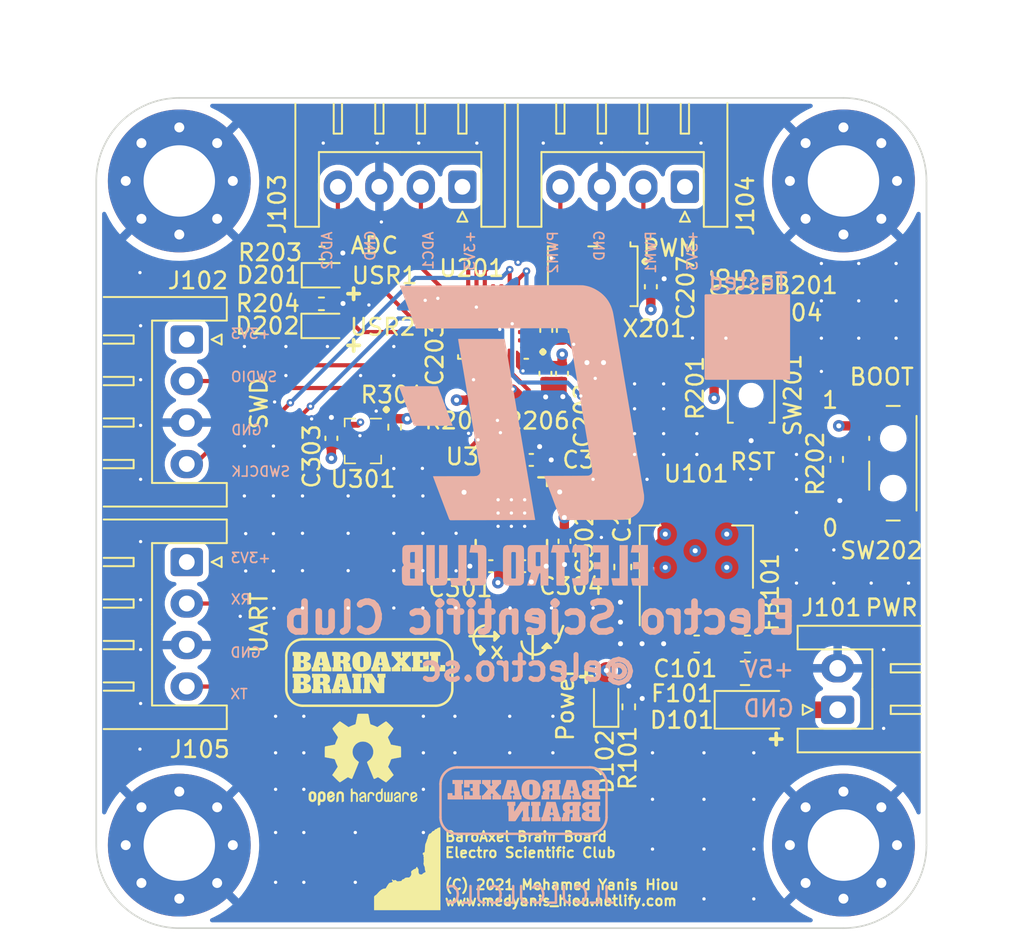
<source format=kicad_pcb>
(kicad_pcb (version 20211014) (generator pcbnew)
  (title_block (title "BaroAxel Brain Board") (rev "1.0") (company "Electro Scientific Club | Mohamed Yanis Hiou"))
  (layers (0 "F.Cu" signal) (1 "In1.Cu" power) (2 "In2.Cu" power) (31 "B.Cu" signal) (34 "B.Paste" user) (35 "F.Paste" user) (36 "B.SilkS" user "B.Silkscreen") (37 "F.SilkS" user "F.Silkscreen") (38 "B.Mask" user) (39 "F.Mask" user) (44 "Edge.Cuts" user))
  (net 0 "")
  (net 1 "GND")
  (net 2 "+3.3V")
  (net 3 "+3.3VA")
  (net 4 "/Microcontroller/OSC_IN")
  (net 5 "Net-(C304-Pad1)")
  (net 6 "Net-(C305-Pad1)")
  (net 7 "Net-(D101-Pad1)")
  (net 8 "+5V")
  (net 9 "Net-(D102-Pad1)")
  (net 10 "Net-(D201-Pad1)")
  (net 11 "/Microcontroller/USR_LED1")
  (net 12 "Net-(D202-Pad1)")
  (net 13 "/Microcontroller/USR_LED2")
  (net 14 "Net-(F101-Pad2)")
  (net 15 "/Microcontroller/SWDCLK")
  (net 16 "/Microcontroller/SWDIO")
  (net 17 "/Microcontroller/ADC2")
  (net 18 "/Microcontroller/ADC1")
  (net 19 "/Microcontroller/PWM2")
  (net 20 "/Microcontroller/PWM1")
  (net 21 "/Microcontroller/UART2_RX")
  (net 22 "/Microcontroller/UART2_TX")
  (net 23 "/Microcontroller/NRST")
  (net 24 "Net-(R202-Pad1)")
  (net 25 "/Microcontroller/BOOT0")
  (net 26 "/Microcontroller/I2C1_SCL")
  (net 27 "/Microcontroller/I2C1_SDA")
  (net 28 "Net-(R301-Pad2)")
  (net 52 "/Power Supply & Connectors/AMS_IN")
  (footprint "Connector_JST:JST_XH_S4B-XH-A_1x04_P2.50mm_Horizontal" (layer "F.Cu") (at 128.27 106.28 -90)
    (fp_text reference "J102")
    (fp_text value "Conn_01x04")
  )
  (footprint "Resistor_SMD:R_0402_1005Metric" (layer "F.Cu") (at 136.38 104.13 180)
    (fp_text reference "R204")
    (fp_text value "2k2")
  )
  (footprint "Package_DFN_QFN:QFN-28_4x4mm_P0.5mm" (layer "F.Cu") (at 146.72 105.33 180)
    (fp_text reference "U201")
    (fp_text value "STM32L031G6U6")
  )
  (footprint "Capacitor_SMD:C_0402_1005Metric" (layer "F.Cu") (at 149.02 113.53)
    (fp_text reference "C305")
    (fp_text value "2.2n")
  )
  (footprint "Logos:yanis_logo" (layer "F.Cu") (at 141.05 138.15)
    (fp_text reference "G***")
    (fp_text value "LOGO" hide)
  )
  (footprint "Resistor_SMD:R_0402_1005Metric" (layer "F.Cu") (at 167.41 113.5 -90)
    (fp_text reference "R202")
    (fp_text value "10k")
  )
  (footprint "Package_LGA:Bosch_LGA-8_2x2.5mm_P0.65mm_ClockwisePinNumbering" (layer "F.Cu") (at 138.88 112.39 -90)
    (fp_text reference "U301")
    (fp_text value "BMP280")
  )
  (footprint "LOGO" (layer "F.Cu") (at 139.26326 126.335269)
    (fp_text reference "G***")
    (fp_text value "LOGO" hide)
  )
  (footprint "Resistor_SMD:R_0402_1005Metric" (layer "F.Cu") (at 145.78 109.93 180)
    (fp_text reference "R205")
    (fp_text value "2k2")
  )
  (footprint "Capacitor_SMD:C_0402_1005Metric" (layer "F.Cu") (at 146.58 119.93 180)
    (fp_text reference "C301")
    (fp_text value "10n")
  )
  (footprint "Diode_SMD:D_1206_3216Metric" (layer "F.Cu") (at 162.35 128.58)
    (fp_text reference "D101")
    (fp_text value "B5819W")
  )
  (footprint "Resistor_SMD:R_0402_1005Metric" (layer "F.Cu") (at 136.41 101.07 180)
    (fp_text reference "R203")
    (fp_text value "2k2")
  )
  (footprint "Resistor_SMD:R_0402_1005Metric" (layer "F.Cu") (at 160.03 108.45 -90)
    (fp_text reference "R201")
    (fp_text value "10k")
  )
  (footprint "Capacitor_SMD:C_0402_1005Metric" (layer "F.Cu") (at 148.55 119.93)
    (fp_text reference "C304")
    (fp_text value "100n")
  )
  (footprint "Sensor_Motion:InvenSense_QFN-24_4x4mm_P0.5mm" (layer "F.Cu") (at 147.82 116.73)
    (fp_text reference "U302")
    (fp_text value "MPU-6050")
  )
  (footprint "Button_Switch_SMD:SW_SPST_B3U-1000P-B" (layer "F.Cu") (at 162.26 109.64 -90)
    (fp_text reference "SW201")
    (fp_text value "SW_Push")
  )
  (footprint "Connector_JST:JST_XH_S4B-XH-A_1x04_P2.50mm_Horizontal" (layer "F.Cu") (at 144.87 97.08 180)
    (fp_text reference "J103")
    (fp_text value "Conn_01x04")
  )
  (footprint "Oscillator:Oscillator_SMD_SeikoEpson_SG8002LB-4Pin_5.0x3.2mm" (layer "F.Cu") (at 152.72 102.47 180)
    (fp_text reference "X201")
    (fp_text value "ASFL1-16MHz-IJST")
  )
  (footprint "Connector_JST:JST_XH_S4B-XH-A_1x04_P2.50mm_Horizontal" (layer "F.Cu") (at 158.27 97.08 180)
    (fp_text reference "J104")
    (fp_text value "Conn_01x04")
  )
  (footprint "Capacitor_SMD:C_0402_1005Metric" (layer "F.Cu") (at 136.98 112.23 90)
    (fp_text reference "C303")
    (fp_text value "100n")
  )
  (footprint "Resistor_SMD:R_0402_1005Metric" (layer "F.Cu") (at 140.79 111.56 -90)
    (fp_text reference "R301")
    (fp_text value "10k")
  )
  (footprint "Resistor_SMD:R_0402_1005Metric" (layer "F.Cu") (at 154.89 128.4 90)
    (fp_text reference "R101")
    (fp_text value "2k2")
  )
  (footprint "MountingHole:MountingHole_4.3mm_M4_Pad_Via" (layer "F.Cu") (at 167.82 136.73)
    (fp_text reference "H103")
    (fp_text value "MountingHole_Pad")
  )
  (footprint "LED_SMD:LED_0603_1608Metric" (layer "F.Cu") (at 136.66 105.46)
    (fp_text reference "D202")
    (fp_text value "Blue")
  )
  (footprint "Capacitor_SMD:C_0603_1608Metric" (layer "F.Cu") (at 158.98 124.62 180)
    (fp_text reference "C101")
    (fp_text value "100uF")
  )
  (footprint "MountingHole:MountingHole_4.3mm_M4_Pad_Via" (layer "F.Cu") (at 167.82 96.73)
    (fp_text reference "H102")
    (fp_text value "MountingHole_Pad")
  )
  (footprint "LED_SMD:LED_0603_1608Metric" (layer "F.Cu") (at 136.68 102.41)
    (fp_text reference "D201")
    (fp_text value "Yellow")
  )
  (footprint "Capacitor_SMD:C_0402_1005Metric" (layer "F.Cu") (at 150.87 108.33 -90)
    (fp_text reference "C201")
    (fp_text value "10u")
  )
  (footprint "Button_Switch_SMD:SW_SPDT_PCM12" (layer "F.Cu") (at 170.49 113.73 90)
    (fp_text reference "SW202")
    (fp_text value "SW_SPDT")
  )
  (footprint "Capacitor_SMD:C_0603_1608Metric" (layer "F.Cu") (at 154.53 119.98 -90)
    (fp_text reference "C102")
    (fp_text value "100uF")
  )
  (footprint "Connector_JST:JST_XH_S2B-XH-A_1x02_P2.50mm_Horizontal" (layer "F.Cu") (at 167.47 128.58 90)
    (fp_text reference "J101")
    (fp_text value "Conn_01x02")
  )
  (footprint "Resistor_SMD:R_0402_1005Metric" (layer "F.Cu") (at 147.73 109.93)
    (fp_text reference "R206")
    (fp_text value "2k2")
  )
  (footprint "Capacitor_SMD:C_0402_1005Metric" (layer "F.Cu") (at 156.22 103.1 90)
    (fp_text reference "C207")
    (fp_text value "10n")
  )
  (footprint "Capacitor_SMD:C_0402_1005Metric" (layer "F.Cu") (at 143.11 104.63 180)
    (fp_text reference "C203")
    (fp_text value "100n")
  )
  (footprint "Capacitor_SMD:C_0402_1005Metric" (layer "F.Cu") (at 149.87 108.33 -90)
    (fp_text reference "C202")
    (fp_text value "100n")
  )
  (footprint "Inductor_SMD:L_0603_1608Metric" (layer "F.Cu") (at 152.97 105.52 180)
    (fp_text reference "FB201")
    (fp_text value "120R")
  )
  (footprint "MountingHole:MountingHole_4.3mm_M4_Pad_Via" (layer "F.Cu") (at 127.82 96.73)
    (fp_text reference "H101")
    (fp_text value "MountingHole_Pad")
  )
  (footprint "LED_SMD:LED_0603_1608Metric" (layer "F.Cu") (at 153.53 128.12 90)
    (fp_text reference "D102")
    (fp_text value "Green")
  )
  (footprint "Symbol:OSHW-Logo2_7.3x6mm_SilkScreen" (layer "F.Cu") (at 138.88 131.58)
    (fp_text reference "REF**" hide)
    (fp_text value "OSHW-Logo2_7.3x6mm_SilkScreen" hide)
  )
  (footprint "Capacitor_SMD:C_0402_1005Metric" (layer "F.Cu") (at 151.02 118.43 -90)
    (fp_text reference "C302")
    (fp_text value "100n")
  )
  (footprint "Fuse:Fuse_0805_2012Metric" (layer "F.Cu") (at 161.89 126.38)
    (fp_text reference "F101")
    (fp_text value "500mA")
  )
  (footprint "Capacitor_SMD:C_0402_1005Metric" (layer "F.Cu") (at 150.92 105.72 -90)
    (fp_text reference "C205")
    (fp_text value "1u")
  )
  (footprint "Inductor_SMD:L_0603_1608Metric" (layer "F.Cu") (at 162.04 124.62 180)
    (fp_text reference "FB101")
    (fp_text value "100 @ 100MHz")
  )
  (footprint "MountingHole:MountingHole_4.3mm_M4_Pad_Via" (layer "F.Cu") (at 127.82 136.73)
    (fp_text reference "H104")
    (fp_text value "MountingHole_Pad")
  )
  (footprint "Package_TO_SOT_SMD:SOT-223-3_TabPin2" (layer "F.Cu") (at 158.96 119.39 90)
    (fp_text reference "U101")
    (fp_text value "AMS1117-3.3")
  )
  (footprint "Connector_JST:JST_XH_S4B-XH-A_1x04_P2.50mm_Horizontal" (layer "F.Cu") (at 128.27 119.68 -90)
    (fp_text reference "J105")
    (fp_text value "Conn_01x04")
  )
  (footprint "Capacitor_SMD:C_0402_1005Metric" (layer "F.Cu") (at 149.92 105.72 -90)
    (fp_text reference "C206")
    (fp_text value "10n")
  )
  (footprint "Capacitor_SMD:C_0402_1005Metric" (layer "F.Cu") (at 152.87 106.77 180)
    (fp_text reference "C204")
    (fp_text value "1u")
  )
  (footprint "Logos:electro_logo_15mm" (layer "B.Cu") (at 148.55 112.05 180)
    (fp_text reference "G***")
    (fp_text value "LOGO" hide)
  )
  (footprint "LOGO" (layer "B.Cu") (at 148.55 134.05 180)
    (fp_text reference "G***")
    (fp_text value "LOGO" hide)
  )
  (gr_arc (start 153.55 135.05) (mid 153.257107 135.757107) (end 152.55 136.05) (layer "B.SilkS") (width 0.15))
  (gr_line (start 144.55 136.05) (end 152.55 136.05) (layer "B.SilkS") (width 0.15))
  (gr_arc (start 152.55 132.05) (mid 153.257107 132.342893) (end 153.55 133.05) (layer "B.SilkS") (width 0.15))
  (gr_line (start 143.55 133.05) (end 143.55 135.05) (layer "B.SilkS") (width 0.15))
  (gr_arc (start 143.55 133.05) (mid 143.842893 132.342893) (end 144.55 132.05) (layer "B.SilkS") (width 0.15))
  (gr_arc (start 144.55 136.05) (mid 143.842893 135.757107) (end 143.55 135.05) (layer "B.SilkS") (width 0.15))
  (gr_line (start 152.55 132.05) (end 144.55 132.05) (layer "B.SilkS") (width 0.15))
  (gr_line (start 153.55 135.05) (end 153.55 133.05) (layer "B.SilkS") (width 0.15))
  (gr_poly (pts (xy 164.53 108.63) (xy 159.53 108.63) (xy 159.53 103.63) (xy 164.53 103.63)) (layer "B.SilkS") (width 0.15) (fill solid))
  (gr_line (start 145.95 124.75) (end 146.2 125) (layer "F.SilkS") (width 0.15))
  (gr_arc (start 134.26326 125.335269) (mid 134.556153 124.628162) (end 135.26326 124.335269) (layer "F.SilkS") (width 0.15))
  (gr_arc (start 135.26326 128.335269) (mid 134.556153 128.042376) (end 134.26326 127.335269) (layer "F.SilkS") (width 0.15))
  (gr_line (start 147.05 124.15) (end 146.8 124.4) (layer "F.SilkS") (width 0.15))
  (gr_arc (start 146.080361 125.026635) (mid 145.55 124.15) (end 146.330361 123.486066) (layer "F.SilkS") (width 0.15))
  (gr_line (start 146.2 125) (end 145.95 125.25) (layer "F.SilkS") (width 0.15))
  (gr_line (start 149.1 125.5) (end 149.1 123.75) (layer "F.SilkS") (width 0.15))
  (gr_line (start 149.35 124) (end 148.85 124) (layer "F.SilkS") (width 0.15))
  (gr_line (start 143.26326 128.335269) (end 135.26326 128.335269) (layer "F.SilkS") (width 0.15))
  (gr_line (start 134.26326 127.335269) (end 134.26326 125.335269) (layer "F.SilkS") (width 0.15))
  (gr_line (start 149.1 123.75) (end 149.35 124) (layer "F.SilkS") (width 0.15))
  (gr_line (start 146.8 123.9) (end 147.05 124.15) (layer "F.SilkS") (width 0.15))
  (gr_line (start 145.3 124.15) (end 147.05 124.15) (layer "F.SilkS") (width 0.15))
  (gr_arc (start 143.26326 124.335269) (mid 143.970367 124.628162) (end 144.26326 125.335269) (layer "F.SilkS") (width 0.15))
  (gr_line (start 149.95 124.6) (end 150.2 124.85) (layer "F.SilkS") (width 0.15))
  (gr_line (start 145.95 125.25) (end 145.95 124.75) (layer "F.SilkS") (width 0.15))
  (gr_line (start 149.7 124.85) (end 149.95 124.6) (layer "F.SilkS") (width 0.15))
  (gr_arc (start 149.976635 124.719639) (mid 149.1 125.25) (end 148.436066 124.469639) (layer "F.SilkS") (width 0.15))
  (gr_line (start 148.85 124) (end 149.1 123.75) (layer "F.SilkS") (width 0.15))
  (gr_line (start 135.26326 124.335269) (end 143.26326 124.335269) (layer "F.SilkS") (width 0.15))
  (gr_line (start 150.2 124.85) (end 149.7 124.85) (layer "F.SilkS") (width 0.15))
  (gr_line (start 144.26326 125.335269) (end 144.26326 127.335269) (layer "F.SilkS") (width 0.15))
  (gr_line (start 146.8 124.4) (end 146.8 123.9) (layer "F.SilkS") (width 0.15))
  (gr_arc (start 144.26326 127.335269) (mid 143.970367 128.042376) (end 143.26326 128.335269) (layer "F.SilkS") (width 0.15))
  (gr_arc (start 167.82 91.73) (mid 171.355534 93.194466) (end 172.82 96.73) (layer "Edge.Cuts") (width 0.1))
  (gr_line (start 167.82 141.73) (end 127.82 141.73) (layer "Edge.Cuts") (width 0.1))
  (gr_line (start 122.82 136.73) (end 122.82 96.73) (layer "Edge.Cuts") (width 0.1))
  (gr_arc (start 172.82 136.73) (mid 171.355534 140.265534) (end 167.82 141.73) (layer "Edge.Cuts") (width 0.1))
  (gr_line (start 127.82 91.73) (end 167.82 91.73) (layer "Edge.Cuts") (width 0.1))
  (gr_arc (start 127.82 141.73) (mid 124.284466 140.265534) (end 122.82 136.73) (layer "Edge.Cuts") (width 0.1))
  (gr_arc (start 122.82 96.73) (mid 124.284466 93.194466) (end 127.82 91.73) (layer "Edge.Cuts") (width 0.1))
  (gr_line (start 172.82 96.73) (end 172.82 136.73) (layer "Edge.Cuts") (width 0.1))
  (gr_text "Electro Scientific Club" (at 149.55 123.05) (layer "B.SilkS") (effects (font (size 1.8 1.8) (thickness 0.4)) (justify mirror)))
  (gr_text "GND\n" (at 153.12 100.63 90) (layer "B.SilkS") (effects (font (size 0.6 0.6) (thickness 0.1)) (justify mirror)))
  (gr_text "SWDCLK" (at 132.72 114.23) (layer "B.SilkS") (effects (font (size 0.6 0.6) (thickness 0.1)) (justify mirror)))
  (gr_text "Tested\n" (at 162.07 102.79) (layer "B.SilkS") (effects (font (size 1 1)) (justify mirror)))
  (gr_text "+3V3" (at 132.12 105.93) (layer "B.SilkS") (effects (font (size 0.6 0.6) (thickness 0.1)) (justify mirror)))
  (gr_text "GND\n" (at 163.32 128.5) (layer "B.SilkS") (effects (font (size 1 1)) (justify mirror)))
  (gr_text "SWDIO" (at 132.32 108.53) (layer "B.SilkS") (effects (font (size 0.6 0.6) (thickness 0.1)) (justify mirror)))
  (gr_text "+3V3" (at 132.12 119.43) (layer "B.SilkS") (effects (font (size 0.6 0.6) (thickness 0.1)) (justify mirror)))
  (gr_text "GND\n" (at 131.82 125.13) (layer "B.SilkS") (effects (font (size 0.6 0.6) (thickness 0.1)) (justify mirror)))
  (gr_text "+5V" (at 163.32 126.13) (layer "B.SilkS") (effects (font (size 1 1)) (justify mirror)))
  (gr_text "GND\n" (at 139.32 100.63 90) (layer "B.SilkS") (effects (font (size 0.6 0.6) (thickness 0.1)) (justify mirror)))
  (gr_text "+3V3" (at 158.72 100.93 90) (layer "B.SilkS") (effects (font (size 0.6 0.6) (thickness 0.1)) (justify mirror)))
  (gr_text "+3V3" (at 145.32 100.93 90) (layer "B.SilkS") (effects (font (size 0.6 0.6) (thickness 0.1)) (justify mirror)))
  (gr_text "ADC2\n" (at 136.72 100.93 90) (layer "B.SilkS") (effects (font (size 0.6 0.6) (thickness 0.1)) (justify mirror)))
  (gr_text "@electro.sc" (at 148.82 126.07) (layer "B.SilkS") (effects (font (size 1.5 1.5) (thickness 0.3)) (justify mirror)))
  (gr_text "PWM2" (at 150.32 101.03 90) (layer "B.SilkS") (effects (font (size 0.6 0.6) (thickness 0.1)) (justify mirror)))
  (gr_text "RX" (at 131.52 121.93) (layer "B.SilkS") (effects (font (size 0.6 0.6) (thickness 0.1)) (justify mirror)))
  (gr_text "ADC1" (at 142.82 100.93 90) (layer "B.SilkS") (effects (font (size 0.6 0.6) (thickness 0.1)) (justify mirror)))
  (gr_text "GND\n" (at 131.87 111.73) (layer "B.SilkS") (effects (font (size 0.6 0.6) (thickness 0.1)) (justify mirror)))
  (gr_text "TX" (at 131.42 127.63) (layer "B.SilkS") (effects (font (size 0.6 0.6) (thickness 0.1)) (justify mirror)))
  (gr_text "PWM1" (at 156.22 101.03 90) (layer "B.SilkS") (effects (font (size 0.6 0.6) (thickness 0.1)) (justify mirror)))
  (gr_text "JLCJLCJLCJLC\n" (at 148.93 139.74) (layer "B.SilkS") (effects (font (size 1 1)) (justify mirror)))
  (gr_text "." (at 149.72 106.42) (layer "F.SilkS") (effects (font (size 1.5 1.5) (thickness 0.3))))
  (gr_text "+" (at 163.77 130.28) (layer "F.SilkS") (effects (font (size 0.9 0.9) (thickness 0.225))))
  (gr_text "." (at 140.29 109.89) (layer "F.SilkS") (effects (font (size 1.5 1.5) (thickness 0.3))))
  (gr_text "SWD\n" (at 132.62 110.13 90) (layer "F.SilkS") (effects (font (size 1 1))))
  (gr_text "UART\n" (at 132.62 123.33 90) (layer "F.SilkS") (effects (font (size 1 1))))
  (gr_text "1" (at 167.02 109.93) (layer "F.SilkS") (effects (font (size 1 1))))
  (gr_text "BOOT" (at 170.12 108.53) (layer "F.SilkS") (effects (font (size 1 1))))
  (gr_text "+" (at 138.32 106.57) (layer "F.SilkS") (effects (font (size 0.9 0.9) (thickness 0.225))))
  (gr_text "BaroAxel Brain Board\nElectro Scientific Club\n\n(C) 2021 Mohamed Yanis Hiou\nwww.medyanis_hiou.netlify.com" (at 143.75 138.15) (layer "F.SilkS") (effects (font (size 0.6 0.6) (thickness 0.125)) (justify left)))
  (gr_text "PWM" (at 157.37 100.77) (layer "F.SilkS") (effects (font (size 1 1))))
  (gr_text "+" (at 152.33 126.52) (layer "F.SilkS") (effects (font (size 0.9 0.9) (thickness 0.225))))
  (gr_text "0" (at 167.02 117.63) (layer "F.SilkS") (effects (font (size 1 1))))
  (gr_text "RST" (at 162.36 113.64) (layer "F.SilkS") (effects (font (size 1 1))))
  (gr_text "Power" (at 151.07 128.24 90) (layer "F.SilkS") (effects (font (size 1 1))))
  (gr_text "x" (at 146.95 125) (layer "F.SilkS") (effects (font (size 1 1))))
  (gr_text "ADC" (at 139.57 100.62) (layer "F.SilkS") (effects (font (size 1 1))))
  (gr_text "USR1" (at 140.18 102.43) (layer "F.SilkS") (effects (font (size 1 1))))
  (gr_text "." (at 155.87 100.97) (layer "F.SilkS") (effects (font (size 1.5 1.5) (thickness 0.3))))
  (gr_text "." (at 144.71 114.25) (layer "F.SilkS") (effects (font (size 1.5 1.5) (thickness 0.3))))
  (gr_text "+" (at 138.32 103.46) (layer "F.SilkS") (effects (font (size 0.9 0.9) (thickness 0.225))))
  (gr_text "PWR" (at 170.72 122.43) (layer "F.SilkS") (effects (font (size 1 1))))
  (gr_text "y\n" (at 150.7 123.75) (layer "F.SilkS") (effects (font (size 1 1))))
  (gr_text "USR2\n" (at 140.08 105.53) (layer "F.SilkS") (effects (font (size 1 1))))
  (segment (start 151.02 119.53) (end 151.02 119.83) (width 0.56) (layer "F.Cu") (net 1))
  (segment (start 149.02 120.88) (end 149.02 120.83) (width 0.56) (layer "F.Cu") (net 1))
  (segment (start 146.1 119.93) (end 145.32 119.93) (width 0.56) (layer "F.Cu") (net 1))
  (segment (start 149.77 115.48) (end 150.71 115.48) (width 0.3) (layer "F.Cu") (net 1))
  (segment (start 156.22 102.62) (end 157.02 102.62) (width 0.56) (layer "F.Cu") (net 1))
  (segment (start 149.5 113.53) (end 150.22 113.53) (width 0.56) (layer "F.Cu") (net 1))
  (segment (start 142.63 104.63) (end 142.63 103.92) (width 0.56) (layer "F.Cu") (net 1))
  (segment (start 148.57 119.206041) (end 149.03 119.666041) (width 0.3) (layer "F.Cu") (net 1))
  (segment (start 152.349999 107.649999) (end 152.349999 106.77) (width 0.8) (layer "F.Cu") (net 1))
  (segment (start 136.98 111.75) (end 136.98 110.97) (width 0.56) (layer "F.Cu") (net 1))
  (segment (start 139.68 111.415) (end 139.68 110.59) (width 0.35) (layer "F.Cu") (net 1))
  (segment (start 149.03 119.666041) (end 149.03 119.93) (width 0.3) (layer "F.Cu") (net 1))
  (segment (start 155.69 127.89) (end 155.7 127.9) (width 0.56) (layer "F.Cu") (net 1))
  (segment (start 149.03 119.93) (end 149.92 119.93) (width 0.56) (layer "F.Cu") (net 1))
  (segment (start 149.02 119.94) (end 149.03 119.93) (width 0.56) (layer "F.Cu") (net 1))
  (segment (start 154.95 127.15) (end 155.7 127.9) (width 0.56) (layer "F.Cu") (net 1))
  (segment (start 151.2 106.2) (end 150.92 106.2) (width 0.56) (layer "F.Cu") (net 1))
  (segment (start 169.06 115.98) (end 167.6 115.98) (width 0.56) (layer "F.Cu") (net 1))
  (segment (start 150.87 108.81) (end 150.8145 108.81) (width 0.56) (layer "F.Cu") (net 1))
  (segment (start 154.89 127.89) (end 155.69 127.89) (width 0.56) (layer "F.Cu") (net 1))
  (segment (start 149.5 112.75) (end 149.52 112.73) (width 0.56) (layer "F.Cu") (net 1))
  (segment (start 149.02 120.83) (end 149.92 119.93) (width 0.56) (layer "F.Cu") (net 1))
  (segment (start 149.9045 109.72) (end 149.8845 109.74) (width 0.56) (layer "F.Cu") (net 1))
  (segment (start 154.89 127.15) (end 154.95 127.15) (width 0.56) (layer "F.Cu") (net 1))
  (segment (start 137.66 104.13) (end 136.89 104.13) (width 0.56) (layer "F.Cu") (net 1))
  (segment (start 149.5 113.53) (end 149.5 112.75) (width 0.56) (layer "F.Cu") (net 1))
  (segment (start 149.02 120.88) (end 149.02 119.94) (width 0.56) (layer "F.Cu") (net 1))
  (segment (start 152.39 106.77) (end 151.77 106.77) (width 0.56) (layer "F.Cu") (net 1))
  (segment (start 162.26 111.34) (end 162.26 112.37) (width 0.8) (layer "F.Cu") (net 1))
  (segment (start 145.87 115.48) (end 144.97 115.48) (width 0.3) (layer "F.Cu") (net 1))
  (segment (start 148.57 118.68) (end 148.57 119.206041) (width 0.3) (layer "F.Cu") (net 1))
  (segment (start 150.87 108.81) (end 150.87 109.67) (width 0.56) (layer "F.Cu") (net 1))
  (segment (start 150.22 101.37) (end 151.45 101.37) (width 0.56) (layer "F.Cu") (net 1))
  (segment (start 150.87 109.67) (end 150.92 109.72) (width 0.56) (layer "F.Cu") (net 1))
  (segment (start 149.52 112.73) (end 149.52 112.83) (width 0.56) (layer "F.Cu") (net 1))
  (segment (start 150.92 109.72) (end 149.9045 109.72) (width 0.56) (layer "F.Cu") (net 1))
  (segment (start 149.8845 108.8245) (end 149.87 108.81) (width 0.56) (layer "F.Cu") (net 1))
  (segment (start 149.87 108.81) (end 150.87 108.81) (width 0.56) (layer "F.Cu") (net 1))
  (segment (start 150.71 115.48) (end 150.73 115.46) (width 0.3) (layer "F.Cu") (net 1))
  (segment (start 136.92 101.07) (end 137.67 101.07) (width 0.56) (layer "F.Cu") (net 1))
  (segment (start 152.37 107.67) (end 152.349999 107.649999) (width 0.8) (layer "F.Cu") (net 1))
  (segment (start 137.68 104.11) (end 137.66 104.13) (width 0.56) (layer "F.Cu") (net 1))
  (segment (start 149.92 106.2) (end 150.92 106.2) (width 0.8) (layer "F.Cu") (net 1))
  (segment (start 149.8845 109.74) (end 149.8845 108.8245) (width 0.56) (layer "F.Cu") (net 1))
  (segment (start 154.89 127.89) (end 154.89 127.15) (width 0.56) (layer "F.Cu") (net 1))
  (segment (start 149.52 112.83) (end 150.22 113.53) (width 0.56) (layer "F.Cu") (net 1))
  (segment (start 145.71 104.33) (end 144.7825 104.33) (width 0.25) (layer "F.Cu") (net 1))
  (segment (start 151.77 106.77) (end 151.2 106.2) (width 0.56) (layer "F.Cu") (net 1))
  (segment (start 148.52 108.17) (end 148.22 107.87) (width 0.25) (layer "F.Cu") (net 1))
  (segment (start 150.8145 108.81) (end 149.8845 109.74) (width 0.56) (layer "F.Cu") (net 1))
  (segment (start 138.08 112.065) (end 138.695 112.065) (width 0.35) (layer "F.Cu") (net 1))
  (segment (start 151.02 118.91) (end 151.02 119.53) (width 0.56) (layer "F.Cu") (net 1))
  (segment (start 138.695 112.065) (end 138.7 112.07) (width 0.35) (layer "F.Cu") (net 1))
  (segment (start 148.22 107.87) (end 148.22 107.3275) (width 0.25) (layer "F.Cu") (net 1))
  (via (at 166.49 101.7) (size 0.45) (drill 0.2) (layers "F.Cu" "B.Cu") (net 1))
  (via (at 135.24 122.45) (size 0.45) (drill 0.2) (layers "F.Cu" "B.Cu") (net 1))
  (via (at 125.49 124.95) (size 0.45) (drill 0.2) (layers "F.Cu" "B.Cu") (net 1))
  (via (at 142.49 120.2) (size 0.45) (drill 0.2) (layers "F.Cu" "B.Cu") (net 1))
  (via (at 137.99 120.2) (size 0.45) (drill 0.2) (layers "F.Cu" "B.Cu") (net 1))
  (via (at 131.82 120.22) (size 0.45) (drill 0.2) (layers "F.Cu" "B.Cu") (net 1))
  (via (at 131.49 122.95) (size 0.45) (drill 0.2) (layers "F.Cu" "B.Cu") (net 1))
  (via (at 142.52 131.17) (size 0.45) (drill 0.2) (layers "F.Cu" "B.Cu") (net 1))
  (via (at 135.24 120.2) (size 0.45) (drill 0.2) (layers "F.Cu" "B.Cu") (net 1))
  (via (at 148.62 115.93) (size 0.45) (drill 0.2) (layers "F.Cu" "B.Cu") (net 1))
  (via (at 137.99 115.7) (size 0.45) (drill 0.2) (layers "F.Cu" "B.Cu") (net 1))
  (via (at 150.73 115.46) (size 0.7) (drill 0.3) (layers "F.Cu" "B.Cu") (net 1))
  (via (at 164.99 118.95) (size 0.45) (drill 0.2) (layers "F.Cu" "B.Cu") (net 1))
  (via (at 162.42 131.17) (size 0.45) (drill 0.2) (layers "F.Cu" "B.Cu") (net 1))
  (via (at 144.48 122.44) (size 0.45) (drill 0.2) (layers "F.Cu" "B.Cu") (net 1))
  (via (at 150.92 109.72) (size 0.7) (drill 0.3) (layers "F.Cu" "B.Cu") (net 1))
  (via (at 168.74 106.2) (size 0.45) (drill 0.2) (layers "F.Cu" "B.Cu") (net 1))
  (via (at 133.49 112.7) (size 0.45) (drill 0.2) (layers "F.Cu" "B.Cu") (net 1))
  (via (at 155.24 110.45) (size 0.45) (drill 0.2) (layers "F.Cu" "B.Cu") (net 1))
  (via (at 145.32 119.93) (size 0.7) (drill 0.3) (layers "F.Cu" "B.Cu") (net 1))
  (via (at 151.02 119.83) (size 0.7) (drill 0.3) (layers "F.Cu" "B.Cu") (net 1))
  (via (at 162.42 139.97) (size 0.45) (drill 0.2) (layers "F.Cu" "B.Cu") (net 1))
  (via (at 156.32 136.97) (size 0.45) (drill 0.2) (layers "F.Cu" "B.Cu") (net 1))
  (via (at 159.42 133.97) (size 0.45) (drill 0.2) (layers "F.Cu" "B.Cu") (net 1))
  (via (at 138.42 135.97) (size 0.45) (drill 0.2) (layers "F.Cu" "B.Cu") (net 1))
  (via (at 147.72 131.17) (size 0.45) (drill 0.2) (layers "F.Cu" "B.Cu") (net 1))
  (via (at 147.72 128.97) (size 0.45) (drill 0.2) (layers "F.Cu" "B.Cu") (net 1))
  (via (at 150.22 113.53) (size 0.7) (drill 0.3) (layers "F.Cu" "B.Cu") (net 1))
  (via (at 152.74 114.7) (size 0.45) (drill 0.2) (layers "F.Cu" "B.Cu") (net 1))
  (via (at 156.32 133.97) (size 0.45) (drill 0.2) (layers "F.Cu" "B.Cu") (net 1))
  (via (at 142.46 114.04) (size 0.45) (drill 0.2) (layers "F.Cu" "B.Cu") (net 1))
  (via (at 162.26 112.37) (size 0.7) (drill 0.3) (layers "F.Cu" "B.Cu") (net 1))
  (via (at 149.8845 109.74) (size 0.7) (drill 0.3) (layers "F.Cu" "B.Cu") (net 1))
  (via (at 156.99 111.95) (size 0.45) (drill 0.2) (layers "F.Cu" "B.Cu") (net 1))
  (via (at 147.82 117.53) (size 0.45) (drill 0.2) (layers "F.Cu" "B.Cu") (net 1))
  (via (at 169.49 120.95) (size 0.45) (drill 0.2) (layers "F.Cu" "B.Cu") (net 1))
  (via (at 156.99 110.45) (size 0.45) (drill 0.2) (layers "F.Cu" "B.Cu") (net 1))
  (via (at 137.99 122.45) (size 0.45) (drill 0.2) (layers "F.Cu" "B.Cu") (net 1))
  (via (at 149.02 120.88) (size 0.7) (drill 0.3) (layers "F.Cu" "B.Cu") (net 1))
  (via (at 155.24 108.95) (size 0.45) (drill 0.2) (layers "F.Cu" "B.Cu") (net 1))
  (via (at 135.32 131.17) (size 0.45) (drill 0.2) (layers "F.Cu" "B.Cu") (net 1))
  (via (at 133.62 128.97) (size 0.45) (drill 0.2) (layers "F.Cu" "B.Cu") (net 1))
  (via (at 155.7 127.9) (size 0.7) (drill 0.3) (layers "F.Cu" "B.Cu") (net 1))
  (via (at 150.32 128.97) (size 0.45) (drill 0.2) (layers "F.Cu" "B.Cu") (net 1))
  (via (at 140.74 120.2) (size 0.45) (drill 0.2) (layers "F.Cu" "B.Cu") (net 1))
  (via (at 154.39 124.6) (size 0.7) (drill 0.3) (layers "F.Cu" "B.Cu") (net 1))
  (via (at 150.24 122.45) (size 0.45) (drill 0.2) (layers "F.Cu" "B.Cu") (net 1))
  (via (at 152.37 107.67) (size 0.7) (drill 0.3) (layers "F.Cu" "B.Cu") (net 1))
  (via (at 170.99 106.2) (size 0.45) (drill 0.2) (layers "F.Cu" "B.Cu") (net 1))
  (via (at 125.49 108.7) (size 0.45) (drill 0.2) (layers "F.Cu" "B.Cu") (net 1))
  (via (at 167.6 115.98) (size 0.7) (drill 0.3) (layers "F.Cu" "B.Cu") (net 1))
  (via (at 145.71 104.33) (size 0.45) (drill 0.2) (layers "F.Cu" "B.Cu") (net 1))
  (via (at 154.39 123.3) (size 0.7) (drill 0.3) (layers "F.Cu" "B.Cu") (net 1))
  (via (at 147.02 117.53) (size 0.45) (drill 0.2) (layers "F.Cu" "B.Cu") (net 1))
  (via (at 159.42 139.97) (size 0.45) (drill 0.2) (layers "F.Cu" "B.Cu") (net 1))
  (via (at 155.99 94.45) (size 0.45) (drill 0.2) (layers "F.Cu" "B.Cu") (net 1))
  (via (at 158.99 111.95) (size 0.45) (drill 0.2) (layers "F.Cu" "B.Cu") (net 1))
  (via (at 135.32 135.97) (size 0.45) (drill 0.2) (layers "F.Cu" "B.Cu") (net 1))
  (via (at 145.74 94.45) (size 0.45) (drill 0.2) (layers "F.Cu" "B.Cu") (net 1))
  (via (at 137.68 104.11) (size 0.7) (drill 0.3) (layers "F.Cu" "B.Cu") (net 1))
  (via (at 168.74 103.95) (size 0.45) (drill 0.2) (layers "F.Cu" "B.Cu") (net 1))
  (via (at 139.99 99.2) (size 0.45) (drill 0.2) (layers "F.Cu" "B.Cu") (net 1))
  (via (at 155.24 113.2) (size 0.45) (drill 0.2) (layers "F.Cu" "B.Cu") (net 1))
  (via (at 135.32 138.97) (size 0.45) (drill 0.2) (layers "F.Cu" "B.Cu") (net 1))
  (via (at 162.42 133.97) (size 0.45) (drill 0.2) (layers "F.Cu" "B.Cu") (net 1))
  (via (at 133.489012 115.698024) (size 0.45) (drill 0.2) (layers "F.Cu" "B.Cu") (net 1))
  (via (at 156.99 108.95) (size 0.45) (drill 0.2) (layers "F.Cu" "B.Cu") (net 1))
  (via (at 131.82 117.97) (size 0.45) (drill 0.2) (layers "F.Cu" "B.Cu") (net 1))
  (via (at 135.79 111.06) (size 0.45) (drill 0.2) (layers "F.Cu" "B.Cu") (net 1))
  (via (at 152.74 122.45) (size 0.45) (drill 0.2) (layers "F.Cu" "B.Cu") (net 1))
  (via (at 166.49 106.2) (size 0.45) (drill 0.2) (layers "F.Cu" "B.Cu") (net 1))
  (via (at 142.49 117.95) (size 0.45) (drill 0.2) (layers "F.Cu" "B.Cu") (net 1))
  (via (at 148.62 116.73) (size 0.45) (drill 0.2) (layers "F.Cu" "B.Cu") (net 1))
  (via (at 139.68 110.59) (size 0.45) (drill 0.2) (layers "F.Cu" "B.Cu") (net 1))
  (via (at 160.74 106.2) (size 0.45) (drill 0.2) (layers "F.Cu" "B.Cu") (net 1))
  (via (at 125.45 130.95) (size 0.45) (drill 0.2) (layers "F.Cu" "B.Cu") (net 1))
  (via (at 135.24 115.7) (size 0.45) (drill 0.2) (layers "F.Cu" "B.Cu") (net 1))
  (via (at 142.49 115.7) (size 0.45) (drill 0.2) (layers "F.Cu" "B.Cu") (net 1))
  (via (at 133.62 138.97) (size 0.45) (drill 0.2) (layers "F.Cu" "B.Cu") (net 1))
  (via (at 140.74 106.7) (size 0.45) (drill 0.2) (layers "F.Cu" "B.Cu") (net 1))
  (via (at 148.62 117.53) (size 0.45) (drill 0.2) (layers "F.Cu" "B.Cu") (net 1))
  (via (at 144.42 128.97) (size 0.45) (drill 0.2) (layers "F.Cu" "B.Cu") (net 1))
  (via (at 159.42 136.97) (size 0.45) (drill 0.2) (layers "F.Cu" "B.Cu") (net 1))
  (via (at 144.97 115.48) (size 0.7) (drill 0.3) (layers "F.Cu" "B.Cu") (net 1))
  (via (at 155.69 124.6) (size 0.7) (drill 0.3) (layers "F.Cu" "B.Cu") (net 1))
  (via (at 133.62 131.17) (size 0.45) (drill 0.2) (layers "F.Cu" "B.Cu") (net 1))
  (via (at 125.49 105.45) (size 0.45) (drill 0.2) (layers "F.Cu" "B.Cu") (net 1))
  (via (at 170.99 101.7) (size 0.45) (drill 0.2) (layers "F.Cu" "B.Cu") (net 1))
  (via (at 136.49 94.45) (size 0.45) (drill 0.2) (layers "F.Cu" "B.Cu") (net 1))
  (via (at 147.02 116.73) (size 0.45) (drill 0.2) (layers "F.Cu" "B.Cu") (net 1))
  (via (at 133.49 120.22) (size 0.45) (drill 0.2) (layers "F.Cu" "B.Cu") (net 1))
  (via (at 147.02 115.93) (size 0.45) (drill 0.2) (layers "F.Cu" "B.Cu") (net 1))
  (via (at 125.49 121.95) (size 0.45) (drill 0.2) (layers "F.Cu" "B.Cu") (net 1))
  (via (at 170.24 124.95) (size 0.45) (drill 0.2) (layers "F.Cu" "B.Cu") (net 1))
  (via (at 157.02 102.62) (size 0.7) (drill 0.3) (layers "F.Cu" "B.Cu") (net 1))
  (via (at 136.74 106.7) (size 0.45) (drill 0.2) (layers "F.Cu" "B.Cu") (net 1))
  (via (at 156.99 113.2) (size 0.45) (drill 0.2) (layers "F.Cu" "B.Cu") (net 1))
  (via (at 142.49 122.45) (size 0.45) (drill 0.2) (layers "F.Cu" "B.Cu") (net 1))
  (via (at 154.89 127.15) (size 0.7) (drill 0.3) (layers "F.Cu" "B.Cu") (net 1))
  (via (at 142.52 128.97) (size 0.45) (drill 0.2) (layers "F.Cu" "B.Cu") (net 1))
  (via (at 140.74 108.45) (size 0.45) (drill 0.2) (layers "F.Cu" "B.Cu") (net 1))
  (via (at 138.74 108.45) (size 0.45) (drill 0.2) (layers "F.Cu" "B.Cu") (net 1))
  (via (at 162.24 114.7) (size 0.45) (drill 0.2) (layers "F.Cu" "B.Cu") (net 1))
  (via (at 131.74 112.7) (size 0.45) (drill 0.2) (layers "F.Cu" "B.Cu") (net 1))
  (via (at 142.52 133.37) (size 0.45) (drill 0.2) (layers "F.Cu" "B.Cu") (net 1))
  (via (at 152.87 108.62) (size 0.45) (drill 0.2) (layers "F.Cu" "B.Cu") (net 1))
  (via (at 147.74 122.45) (size 0.45) (drill 0.2) (layers "F.Cu" "B.Cu") (net 1))
  (via (at 144.49 120.21) (size 0.45) (drill 0.2) (layers "F.Cu" "B.Cu") (net 1))
  (via (at 158.728145 106.190332) (size 0.45) (drill 0.2) (layers "F.Cu" "B.Cu") (net 1))
  (via (at 164.99 116.7) (size 0.45) (drill 0.2) (layers "F.Cu" "B.Cu") (net 1))
  (via (at 142.24 94.45) (size 0.45) (drill 0.2) (layers "F.Cu" "B.Cu") (net 1))
  (via (at 139.24 104.2) (size 0.45) (drill 0.2) (layers "F.Cu" "B.Cu") (net 1))
  (via (at 149.92 119.93) (size 0.7) (drill 0.3) (layers "F.Cu" "B.Cu") (net 1))
  (via (at 164.99 114.7) (size 0.45) (drill 0.2) (layers "F.Cu" "B.Cu") (net 1))
  (via (at 139.74 94.45) (size 0.45) (drill 0.2) (layers "F.Cu" "B.Cu") (net 1))
  (via (at 133.49 117.97) (size 0.45) (drill 0.2) (layers "F.Cu" "B.Cu") (net 1))
  (via (at 149.74 94.45) (size 0.45) (drill 0.2) (layers "F.Cu" "B.Cu") (net 1))
  (via (at 131.74 106.7) (size 0.45) (drill 0.2) (layers "F.Cu" "B.Cu") (net 1))
  (via (at 154.39 122.1) (size 0.7) (drill 0.3) (layers "F.Cu" "B.Cu") (net 1))
  (via (at 167.24 118.95) (size 0.45) (drill 0.2) (layers "F.Cu" "B.Cu") (net 1))
  (via (at 137.99 117.95) (size 0.45) (drill 0.2) (layers "F.Cu" "B.Cu") (net 1))
  (via (at 125.49 118.45) (size 0.45) (drill 0.2) (layers "F.Cu" "B.Cu") (net 1))
  (via (at 125.45 102.25) (size 0.45) (drill 0.2) (layers "F.Cu" "B.Cu") (net 1))
  (via (at 159.42 131.17) (size 0.45) (drill 0.2) (layers "F.Cu" "B.Cu") (net 1))
  (via (at 158.99 113.2) (size 0.45) (drill 0.2) (layers "F.Cu" "B.Cu") (net 1))
  (via (at 147.12 105.67) (size 0.45) (drill 0.2) (layers "F.Cu" "B.Cu") (net 1))
  (via (at 164.99 113.2) (size 0.45) (drill 0.2) (layers "F.Cu" "B.Cu") (net 1))
  (via (at 150.32 131.17) (size 0.45) (drill 0.2) (layers "F.Cu" "B.Cu") (net 1))
  (via (at 170.99 103.95) (size 0.45) (drill 0.2) (layers "F.Cu" "B.Cu") (net 1))
  (via (at 125.49 114.7) (size 0.45) (drill 0.2) (layers "F.Cu" "B.Cu") (net 1))
  (via (at 156.99 124.6) (size 0.7) (drill 0.3) (layers "F.Cu" "B.Cu") (net 1))
  (via (at 125.49 128.2) (size 0.45) (drill 0.2) (layers "F.Cu" "B.Cu") (net 1))
  (via (at 153.233862 94.445949) (size 0.45) (drill 0.2) (layers "F.Cu" "B.Cu") (net 1))
  (via (at 136.98 110.97) (size 0.7) (drill 0.3) (layers "F.Cu" "B.Cu") (net 1))
  (via (at 135.32 133.37) (size 0.45) (drill 0.2) (layers "F.Cu" "B.Cu") (net 1))
  (via (at 156.32 131.17) (size 0.45) (drill 0.2) (layers "F.Cu" "B.Cu") (net 1))
  (via (at 144.49 117.95) (size 0.45) (drill 0.2) (layers "F.Cu" "B.Cu") (net 1))
  (via (at 170.24 129.7) (size 0.45) (drill 0.2) (layers "F.Cu" "B.Cu") (net 1))
  (via (at 167.24 120.95) (size 0.45) (drill 0.2) (layers "F.Cu" "B.Cu") (net 1))
  (via (at 155.24 111.95) (size 0.45) (drill 0.2) (layers "F.Cu" "B.Cu") (net 1))
  (via (at 134.24 108.45) (size 0.45) (drill 0.2) (layers "F.Cu" "B.Cu") (net 1))
  (via (at 133.56 110.04) (size 0.45) (drill 0.2) (layers "F.Cu" "B.Cu") (net 1))
  (via (at 125.49 111.45) (size 0.45) (drill 0.2) (layers "F.Cu" "B.Cu") (net 1))
  (via (at 153.24 118.2) (size 0.45) (drill 0.2) (layers "F.Cu" "B.Cu") (net 1))
  (via (at 171.74 120.95) (size 0.45) (drill 0.2) (layers "F.Cu" "B.Cu") (net 1))
  (via (at 147.82 116.73) (size 0.45) (drill 0.2) (layers "F.Cu" "B.Cu") (net 1))
  (via (at 138.42 138.97) (size 0.45) (drill 0.2) (layers "F.Cu" "B.Cu") (net 1))
  (via (at 164.99 120.95) (size 0.45) (drill 0.2) (layers "F.Cu" "B.Cu") (net 1))
  (via (at 133.62 133.37) (size 0.45) (drill 0.2) (layers "F.Cu" "B.Cu") (net 1))
  (via (at 140.74 115.7) (size 0.45) (drill 0.2) (layers "F.Cu" "B.Cu") (net 1))
  (via (at 138.7 112.07) (size 0.45) (drill 0.2) (layers "F.Cu" "B.Cu") (net 1))
  (via (at 131.74 115.7) (size 0.45) (drill 0.2) (layers "F.Cu" "B.Cu") (net 1))
  (via (at 168.74 101.7) (size 0.45) (drill 0.2) (layers "F.Cu" "B.Cu") (net 1))
  (via (at 155.99 114.7) (size 0.45) (drill 0.2) (layers "F.Cu" "B.Cu") (net 1))
  (via (at 145.24 111.93) (size 0.45) (drill 0.2) (layers "F.Cu" "B.Cu") (net 1))
  (via (at 137.67 101.07) (size 0.7) (drill 0.3) (layers "F.Cu" "B.Cu") (net 1))
  (via (at 151.57 106.57) (size 0.45) (drill 0.2) (layers "F.Cu" "B.Cu") (net 1))
  (via (at 140.74 122.45) (size 0.45) (drill 0.2) (layers "F.Cu" "B.Cu") (net 1))
  (via (at 144.42 131.17) (size 0.45) (drill 0.2) (layers "F.Cu" "B.Cu") (net 1))
  (via (at 133.52 122.47) (size 0.45) (drill 0.2) (layers "F.Cu" "B.Cu") (net 1))
  (via (at 148.52 108.17) (size 0.45) (drill 0.2) (layers "F.Cu" "B.Cu") (net 1))
  (via (at 166.49 103.95) (size 0.45) (drill 0.2) (layers "F.Cu" "B.Cu") (net 1))
  (via (at 150.22 101.37) (size 0.45) (drill 0.2) (layers "F.Cu" "B.Cu") (net 1))
  (via (at 135.24 117.95) (size 0.45) (drill 0.2) (layers "F.Cu" "B.Cu") (net 1))
  (via (at 135.32 128.97) (size 0.45) (drill 0.2) (layers "F.Cu" "B.Cu") (net 1))
  (via (at 162.42 136.97) (size 0.45) (drill 0.2) (layers "F.Cu" "B.Cu") (net 1))
  (via (at 149.52 112.73) (size 0.7) (drill 0.3) (layers "F.Cu" "B.Cu") (net 1))
  (via (at 145.54 108.7) (size 0.45) (drill 0.2) (layers "F.Cu" "B.Cu") (net 1))
  (via (at 148.22 101.63) (size 0.45) (drill 0.2) (layers "F.Cu" "B.Cu") (net 1))
  (via (at 147.82 115.93) (size 0.45) (drill 0.2) (layers "F.Cu" "B.Cu") (net 1))
  (via (at 142.63 103.92) (size 0.45) (drill 0.2) (layers "F.Cu" "B.Cu") (net 1))
  (via (at 166.49 108.2) (size 0.45) (drill 0.2) (layers "F.Cu" "B.Cu") (net 1))
  (via (at 147.16 111.89) (size 0.45) (drill 0.2) (layers "F.Cu" "B.Cu") (net 1))
  (via (at 140.74 114.05) (size 0.45) (drill 0.2) (layers "F.Cu" "B.Cu") (net 1))
  (via (at 142.52 135.97) (size 0.45) (drill 0.2) (layers "F.Cu" "B.Cu") (net 1))
  (via (at 159.24 94.45) (size 0.45) (drill 0.2) (layers "F.Cu" "B.Cu") (net 1))
  (via (at 133.62 135.97) (size 0.45) (drill 0.2) (layers "F.Cu" "B.Cu") (net 1))
  (via (at 140.74 117.95) (size 0.45) (drill 0.2) (layers "F.Cu" "B.Cu") (net 1))
  (via (at 134.24 106.7) (size 0.45) (drill 0.2) (layers "F.Cu" "B.Cu") (net 1))
  (segment (start 138.08 112.715) (end 136.985 112.715) (width 0.35) (layer "F.Cu") (net 2))
  (segment (start 154 103.58) (end 153.99 103.57) (width 0.56) (layer "F.Cu") (net 2))
  (segment (start 150.87 107.85) (end 150.87 107.1745) (width 0.56) (layer "F.Cu") (net 2))
  (segment (start 143.58 104.62) (end 143.59 104.63) (width 0.56) (layer "F.Cu") (net 2))
  (segment (start 143.58 103.99) (end 143.58 104.62) (width 0.56) (layer "F.Cu") (net 2))
  (segment (start 144.7825 104.83) (end 144.18 104.83) (width 0.25) (layer "F.Cu") (net 2))
  (segment (start 153.53 126.22) (end 153.54 126.21) (width 1) (layer "F.Cu") (net 2))
  (segment (start 150.87 107.1745) (end 150.88 107.1645) (width 0.56) (layer "F.Cu") (net 2))
  (segment (start 151.01 117.94) (end 151.02 117.95) (width 0.56) (layer "F.Cu") (net 2))
  (segment (start 151.01 117) (end 151.01 117.94) (width 0.56) (layer "F.Cu") (net 2))
  (segment (start 140.79 111.05) (end 141.55 111.05) (width 0.56) (layer "F.Cu") (net 2))
  (segment (start 148.23 109.92) (end 148.24 109.93) (width 0.56) (layer "F.Cu") (net 2))
  (segment (start 149.87 107.48) (end 149.87 107.85) (width 0.25) (layer "F.Cu") (net 2))
  (segment (start 156.22 103.58) (end 154 103.58) (width 0.56) (layer "F.Cu") (net 2))
  (segment (start 153.53 127.3325) (end 153.53 126.22) (width 1) (layer "F.Cu") (net 2))
  (segment (start 148.23 109.58) (end 148.23 109.92) (width 0.56) (layer "F.Cu") (net 2))
  (segment (start 136.985 112.715) (end 136.98 112.71) (width 0.35) (layer "F.Cu") (net 2))
  (segment (start 147.92 109.27) (end 148.23 109.58) (width 0.56) (layer "F.Cu") (net 2))
  (segment (start 147.07 119.92) (end 147.06 119.93) (width 0.3) (layer "F.Cu") (net 2))
  (segment (start 147.07 118.68) (end 147.07 119.92) (width 0.3) (layer "F.Cu") (net 2))
  (segment (start 156.22 104.47) (end 156.22 103.58) (width 0.56) (layer "F.Cu") (net 2))
  (segment (start 149.77 117.98) (end 150.99 117.98) (width 0.3) (layer "F.Cu") (net 2))
  (segment (start 147.06 120.87) (end 147.06 119.93) (width 0.56) (layer "F.Cu") (net 2))
  (segment (start 153.37 106.79) (end 153.35 106.77) (width 0.8) (layer "F.Cu") (net 2))
  (segment (start 143.98 104.63) (end 143.59 104.63) (width 0.25) (layer "F.Cu") (net 2))
  (segment (start 153.35 105.9275) (end 153.7575 105.52) (width 0.8) (layer "F.Cu") (net 2))
  (segment (start 147.01 120.92) (end 147.06 120.87) (width 0.56) (layer "F.Cu") (net 2))
  (segment (start 136.98 112.71) (end 136.98 113.43) (width 0.56) (layer "F.Cu") (net 2))
  (segment (start 150.99 117.98) (end 151.02 117.95) (width 0.3) (layer "F.Cu") (net 2))
  (segment (start 148.7175 106.83) (end 149.22 106.83) (width 0.25) (layer "F.Cu") (net 2))
  (segment (start 150.87 107.85) (end 149.87 107.85) (width 0.56) (layer "F.Cu") (net 2))
  (segment (start 160.03 108.96) (end 160.03 109.82) (width 0.56) (layer "F.Cu") (net 2))
  (segment (start 144.18 104.83) (end 143.98 104.63) (width 0.25) (layer "F.Cu") (net 2))
  (segment (start 149.22 106.83) (end 149.87 107.48) (width 0.25) (layer "F.Cu") (net 2))
  (segment (start 145.27 109.93) (end 144.52 109.93) (width 0.56) (layer "F.Cu") (net 2))
  (segment (start 153.37 107.67) (end 153.37 106.79) (width 0.8) (layer "F.Cu") (net 2))
  (segment (start 143.39 103.8) (end 143.58 103.99) (width 0.56) (layer "F.Cu") (net 2))
  (segment (start 138.575 111.415) (end 138.08 111.415) (width 0.35) (layer "F.Cu") (net 2))
  (segment (start 153.35 106.77) (end 153.35 105.9275) (width 0.8) (layer "F.Cu") (net 2))
  (segment (start 138.73 111.26) (end 138.575 111.415) (width 0.35) (layer "F.Cu") (net 2))
  (segment (start 169.06 111.48) (end 167.54 111.48) (width 0.56) (layer "F.Cu") (net 2))
  (via (at 158.89 119) (size 0.7) (drill 0.3) (layers "F.Cu" "B.Cu") (net 2))
  (via (at 167.54 111.48) (size 0.7) (drill 0.3) (layers "F.Cu" "B.Cu") (net 2))
  (via (at 144.52 109.93) (size 0.7) (drill 0.3) (layers "F.Cu" "B.Cu") (net 2))
  (via (at 147.01 120.92) (size 0.7) (drill 0.3) (layers "F.Cu" "B.Cu") (net 2))
  (via (at 157.09 120) (size 0.7) (drill 0.3) (layers "F.Cu" "B.Cu") (net 2))
  (via (at 143.39 103.8) (size 0.45) (drill 0.2) (layers "F.Cu" "B.Cu") (net 2))
  (via (at 153.37 107.67) (size 0.7) (drill 0.3) (layers "F.Cu" "B.Cu") (net 2))
  (via (at 157.09 118) (size 0.7) (drill 0.3) (layers "F.Cu" "B.Cu") (net 2))
  (via (at 136.98 113.43) (size 0.7) (drill 0.3) (layers "F.Cu" "B.Cu") (net 2))
  (via (at 138.73 111.26) (size 0.45) (drill 0.2) (layers "F.Cu" "B.Cu") (net 2))
  (via (at 150.88 107.1645) (size 0.7) (drill 0.3) (layers "F.Cu" "B.Cu") (net 2))
  (via (at 160.79 118) (size 0.7) (drill 0.3) (layers "F.Cu" "B.Cu") (net 2))
  (via (at 147.92 109.27) (size 0.45) (drill 0.2) (layers "F.Cu" "B.Cu") (net 2))
  (via (at 160.79 120) (size 0.7) (drill 0.3) (layers "F.Cu" "B.Cu") (net 2))
  (via (at 160.03 109.82) (size 0.7) (drill 0.3) (layers "F.Cu" "B.Cu") (net 2))
  (via (at 153.54 126.21) (size 0.7) (drill 0.3) (layers "F.Cu" "B.Cu") (net 2))
  (via (at 141.55 111.05) (size 0.7) (drill 0.3) (layers "F.Cu" "B.Cu") (net 2))
  (via (at 156.22 104.47) (size 0.7) (drill 0.3) (layers "F.Cu" "B.Cu") (net 2))
  (via (at 151.01 117) (size 0.7) (drill 0.3) (layers "F.Cu" "B.Cu") (net 2))
  (segment (start 151.9025 105.24) (end 152.1825 105.52) (width 0.56) (layer "F.Cu") (net 3))
  (segment (start 150.92 105.24) (end 151.9025 105.24) (width 0.56) (layer "F.Cu") (net 3))
  (segment (start 148.6575 104.83) (end 149.51 104.83) (width 0.25) (layer "F.Cu") (net 3))
  (segment (start 149.51 104.83) (end 149.92 105.24) (width 0.25) (layer "F.Cu") (net 3))
  (segment (start 149.92 105.24) (end 150.92 105.24) (width 0.56) (layer "F.Cu") (net 3))
  (segment (start 149.36 104.33) (end 150.12 103.57) (width 0.25) (layer "F.Cu") (net 4))
  (segment (start 150.12 103.57) (end 151.45 103.57) (width 0.25) (layer "F.Cu") (net 4))
  (segment (start 148.6575 104.33) (end 149.36 104.33) (width 0.25) (layer "F.Cu") (net 4))
  (segment (start 148.07 118.68) (end 148.07 119.93) (width 0.3) (layer "F.Cu") (net 5))
  (segment (start 148.57 114.78) (end 148.57 113.56) (width 0.3) (layer "F.Cu") (net 6))
  (segment (start 148.57 113.56) (end 148.54 113.53) (width 0.3) (layer "F.Cu") (net 6))
  (segment (start 160.95 126.3825) (end 160.9525 126.38) (width 1) (layer "F.Cu") (net 7))
  (segment (start 160.95 128.58) (end 160.95 126.3825) (width 1) (layer "F.Cu") (net 7))
  (segment (start 166.57 128.58) (end 163.75 128.58) (width 1) (layer "F.Cu") (net 8))
  (segment (start 153.53 128.9075) (end 154.8875 128.9075) (width 0.56) (layer "F.Cu") (net 9))
  (segment (start 154.8875 128.9075) (end 154.89 128.91) (width 0.56) (layer "F.Cu") (net 9))
  (segment (start 135.8925 102.41) (end 135.8925 101.0775) (width 0.8) (layer "F.Cu") (net 10))
  (segment (start 142.15 105.33) (end 139.23 102.41) (width 0.25) (layer "F.Cu") (net 11))
  (segment (start 139.23 102.41) (end 137.4675 102.41) (width 0.25) (layer "F.Cu") (net 11))
  (segment (start 144.7825 105.33) (end 142.15 105.33) (width 0.25) (layer "F.Cu") (net 11))
  (segment (start 135.8725 105.46) (end 135.8725 104.1325) (width 0.8) (layer "F.Cu") (net 12))
  (segment (start 135.8725 104.1325) (end 135.87 104.13) (width 0.8) (layer "F.Cu") (net 12))
  (segment (start 144.7825 105.83) (end 138.78 105.83) (width 0.25) (layer "F.Cu") (net 13))
  (segment (start 138.78 105.83) (end 138.41 105.46) (width 0.25) (layer "F.Cu") (net 13))
  (segment (start 138.41 105.46) (end 137.4475 105.46) (width 0.25) (layer "F.Cu") (net 13))
  (segment (start 162.8275 126.38) (end 162.8275 124.62) (width 1) (layer "F.Cu") (net 14))
  (segment (start 143.78 109.2) (end 133.35 109.2) (width 0.25) (layer "F.Cu") (net 15))
  (segment (start 133.35 109.2) (end 128.77 113.78) (width 0.25) (layer "F.Cu") (net 15))
  (segment (start 128.77 113.78) (end 128.27 113.78) (width 0.25) (layer "F.Cu") (net 15))
  (segment (start 145.22 107.76) (end 143.78 109.2) (width 0.25) (layer "F.Cu") (net 15))
  (segment (start 145.22 107.3275) (end 145.22 107.76) (width 0.25) (layer "F.Cu") (net 15))
  (segment (start 144.7225 106.83) (end 143.08 106.83) (width 0.25) (layer "F.Cu") (net 16))
  (segment (start 142.08 107.83) (end 130.82 107.83) (width 0.25) (layer "F.Cu") (net 16))
  (segment (start 130.82 107.83) (end 129.87 108.78) (width 0.25) (layer "F.Cu") (net 16))
  (segment (start 143.08 106.83) (end 142.08 107.83) (width 0.25) (layer "F.Cu") (net 16))
  (segment (start 129.87 108.78) (end 128.27 108.78) (width 0.25) (layer "F.Cu") (net 16))
  (segment (start 144.2756 103.83) (end 141.5056 101.06) (width 0.25) (layer "F.Cu") (net 17))
  (segment (start 144.7225 103.83) (end 144.2756 103.83) (width 0.25) (layer "F.Cu") (net 17))
  (segment (start 139.83 101.06) (end 137.37 98.6) (width 0.25) (layer "F.Cu") (net 17))
  (segment (start 137.37 98.6) (end 137.37 97.08) (width 0.25) (layer "F.Cu") (net 17))
  (segment (start 141.5056 101.06) (end 139.83 101.06) (width 0.25) (layer "F.Cu") (net 17))
  (segment (start 142.37 98.68) (end 142.37 97.08) (width 0.25) (layer "F.Cu") (net 18))
  (segment (start 145.22 101.53) (end 142.37 98.68) (width 0.25) (layer "F.Cu") (net 18))
  (segment (start 145.22 103.3325) (end 145.22 101.53) (width 0.25) (layer "F.Cu") (net 18))
  (segment (start 147.26 100.02) (end 149.23 100.02) (width 0.25) (layer "F.Cu") (net 19))
  (segment (start 145.72 103.3925) (end 145.72 101.56) (width 0.25) (layer "F.Cu") (net 19))
  (segment (start 145.72 101.56) (end 147.26 100.02) (width 0.25) (layer "F.Cu") (net 19))
  (segment (start 149.23 100.02) (end 150.77 98.48) (width 0.25) (layer "F.Cu") (net 19))
  (segment (start 150.77 98.48) (end 150.77 97.08) (width 0.25) (layer "F.Cu") (net 19))
  (segment (start 146.22 102.16) (end 147.32 101.06) (width 0.25) (layer "F.Cu") (net 20))
  (segment (start 155.77 98.58) (end 155.77 97.08) (width 0.25) (layer "F.Cu") (net 20))
  (segment (start 149.45 101.06) (end 151.23 99.28) (width 0.25) (layer "F.Cu") (net 20))
  (segment (start 147.32 101.06) (end 149.45 101.06) (width 0.25) (layer "F.Cu") (net 20))
  (segment (start 155.07 99.28) (end 155.77 98.58) (width 0.25) (layer "F.Cu") (net 20))
  (segment (start 151.23 99.28) (end 155.07 99.28) (width 0.25) (layer "F.Cu") (net 20))
  (segment (start 146.22 103.3925) (end 146.22 102.16) (width 0.25) (layer "F.Cu") (net 20))
  (segment (start 131.53 122.18) (end 128.27 122.18) (width 0.25) (layer "F.Cu") (net 21))
  (segment (start 132.78 111.82) (end 132.78 120.93) (width 0.25) (layer "F.Cu") (net 21))
  (segment (start 132.78 120.93) (end 131.53 122.18) (width 0.25) (layer "F.Cu") (net 21))
  (segment (start 147.72 102.07) (end 147.72 103.3925) (width 0.25) (layer "F.Cu") (net 21))
  (segment (start 134.51 110.09) (end 132.78 111.82) (width 0.25) (layer "F.Cu") (net 21))
  (via (at 147.72 102.07) (size 0.45) (drill 0.2) (layers "F.Cu" "B.Cu") (net 21))
  (via (at 134.51 110.09) (size 0.45) (drill 0.2) (layers "F.Cu" "B.Cu") (net 21))
  (segment (start 147.22 102.57) (end 142.03 102.57) (width 0.25) (layer "B.Cu") (net 21))
  (segment (start 147.72 102.07) (end 147.22 102.57) (width 0.25) (layer "B.Cu") (net 21))
  (segment (start 142.03 102.57) (end 134.51 110.09) (width 0.25) (layer "B.Cu") (net 21))
  (segment (start 135.72 110.3) (end 134.24 111.78) (width 0.25) (layer "F.Cu") (net 22))
  (segment (start 148.73 102.16) (end 148.22 102.67) (width 0.25) (layer "F.Cu") (net 22))
  (segment (start 148.22 102.67) (end 148.22 103.3325) (width 0.25) (layer "F.Cu") (net 22))
  (segment (start 134.24 124.02) (end 131.08 127.18) (width 0.25) (layer "F.Cu") (net 22))
  (segment (start 134.24 111.78) (end 134.24 124.02) (width 0.25) (layer "F.Cu") (net 22))
  (segment (start 131.08 127.18) (end 128.27 127.18) (width 0.25) (layer "F.Cu") (net 22))
  (via (at 135.72 110.3) (size 0.45) (drill 0.2) (layers "F.Cu" "B.Cu") (net 22))
  (via (at 148.73 102.16) (size 0.45) (drill 0.2) (layers "F.Cu" "B.Cu") (net 22))
  (segment (start 135.72 110.3) (end 141.01 105.01) (width 0.25) (layer "B.Cu") (net 22))
  (segment (start 141.01 105.01) (end 146.86 105.01) (width 0.25) (layer "B.Cu") (net 22))
  (segment (start 148.73 103.14) (end 148.73 102.16) (width 0.25) (layer "B.Cu") (net 22))
  (segment (start 146.86 105.01) (end 148.73 103.14) (width 0.25) (layer "B.Cu") (net 22))
  (segment (start 157.34 109.68) (end 159.09 107.93) (width 0.25) (layer "F.Cu") (net 23))
  (segment (start 148.6575 105.33) (end 147.87 105.33) (width 0.25) (layer "F.Cu") (net 23))
  (segment (start 159.09 107.93) (end 160.02 107.93) (width 0.25) (layer "F.Cu") (net 23))
  (segment (start 160.02 107.93) (end 160.03 107.94) (width 0.25) (layer "F.Cu") (net 23))
  (segment (start 152 109.68) (end 157.34 109.68) (width 0.25) (layer "F.Cu") (net 23))
  (segment (start 160.03 107.94) (end 162.26 107.94) (width 0.56) (layer "F.Cu") (net 23))
  (via (at 147.87 105.33) (size 0.45) (drill 0.2) (layers "F.Cu" "B.Cu") (net 23))
  (via (at 152 109.68) (size 0.45) (drill 0.2) (layers "F.Cu" "B.Cu") (net 23))
  (segment (start 148.32 108.87) (end 151.19 108.87) (width 0.25) (layer "B.Cu") (net 23))
  (segment (start 151.19 108.87) (end 152 109.68) (width 0.25) (layer "B.Cu") (net 23))
  (segment (start 147.87 105.33) (end 147.87 108.42) (width 0.25) (layer "B.Cu") (net 23))
  (segment (start 147.87 108.42) (end 148.32 108.87) (width 0.25) (layer "B.Cu") (net 23))
  (segment (start 167.41 112.99) (end 169.05 112.99) (width 0.56) (layer "F.Cu") (net 24))
  (segment (start 169.05 112.99) (end 169.06 112.98) (width 0.56) (layer "F.Cu") (net 24))
  (segment (start 147.72 108.19) (end 148.86 109.33) (width 0.25) (layer "F.Cu") (net 25))
  (segment (start 147.72 107.2675) (end 147.72 108.19) (width 0.25) (layer "F.Cu") (net 25))
  (segment (start 148.86 110.56) (end 152.31 114.01) (width 0.25) (layer "F.Cu") (net 25))
  (segment (start 148.86 109.33) (end 148.86 110.56) (width 0.25) (layer "F.Cu") (net 25))
  (segment (start 152.31 114.01) (end 167.41 114.01) (width 0.25) (layer "F.Cu") (net 25))
  (segment (start 147.07 112.75) (end 146.29 111.97) (width 0.25) (layer "F.Cu") (net 26))
  (segment (start 146.29 111.03) (end 146.29 109.93) (width 0.25) (layer "F.Cu") (net 26))
  (segment (start 139.68 113.365) (end 142.855 113.365) (width 0.25) (layer "F.Cu") (net 26))
  (segment (start 146.72 107.2675) (end 146.72 107.81) (width 0.25) (layer "F.Cu") (net 26))
  (segment (start 146.72 107.81) (end 146.29 108.24) (width 0.25) (layer "F.Cu") (net 26))
  (segment (start 146.29 111.97) (end 146.29 111.03) (width 0.25) (layer "F.Cu") (net 26))
  (segment (start 147.07 114.78) (end 147.07 112.75) (width 0.25) (layer "F.Cu") (net 26))
  (segment (start 142.855 113.365) (end 145.19 111.03) (width 0.25) (layer "F.Cu") (net 26))
  (segment (start 146.29 108.24) (end 146.29 109.93) (width 0.25) (layer "F.Cu") (net 26))
  (segment (start 145.19 111.03) (end 146.29 111.03) (width 0.25) (layer "F.Cu") (net 26))
  (segment (start 146.57 113.08) (end 145.81 112.32) (width 0.25) (layer "F.Cu") (net 27))
  (segment (start 139.68 112.715) (end 139.205 112.715) (width 0.25) (layer "F.Cu") (net 27))
  (segment (start 147.22 110.91) (end 147.22 109.93) (width 0.25) (layer "F.Cu") (net 27))
  (segment (start 143.43 114.7) (end 145.81 112.32) (width 0.25) (layer "F.Cu") (net 27))
  (segment (start 147.22 107.2675) (end 147.22 109.93) (width 0.25) (layer "F.Cu") (net 27))
  (segment (start 138.91 114.1) (end 139.51 114.7) (width 0.25) (layer "F.Cu") (net 27))
  (segment (start 139.205 112.715) (end 138.91 113.01) (width 0.25) (layer "F.Cu") (net 27))
  (segment (start 139.51 114.7) (end 143.43 114.7) (width 0.25) (layer "F.Cu") (net 27))
  (segment (start 146.57 114.78) (end 146.57 113.08) (width 0.25) (layer "F.Cu") (net 27))
  (segment (start 146.98 111.15) (end 147.22 110.91) (width 0.25) (layer "F.Cu") (net 27))
  (segment (start 138.91 113.01) (end 138.91 114.1) (width 0.25) (layer "F.Cu") (net 27))
  (via (at 146.98 111.15) (size 0.45) (drill 0.2) (layers "F.Cu" "B.Cu") (net 27))
  (via (at 145.81 112.32) (size 0.45) (drill 0.2) (layers "F.Cu" "B.Cu") (net 27))
  (segment (start 145.81 112.32) (end 146.98 111.15) (width 0.25) (layer "B.Cu") (net 27))
  (segment (start 140.785 112.065) (end 140.79 112.07) (width 0.35) (layer "F.Cu") (net 28))
  (segment (start 139.68 112.065) (end 140.785 112.065) (width 0.35) (layer "F.Cu") (net 28))
  (zone (net 1) (net_name "GND") (layer "F.Cu") (connect_pads yes (clearance 0.35)) (min_thickness 0.254) (fill yes (thermal_gap 0.508) (thermal_bridge_width 0.508))
    (polygon (pts (xy 155.19 120.4) (xy 155.19 121.2) (xy 155.39 121.4) (xy 157.39 121.4) (xy 157.59 121.6) (xy 157.59 123.8) (xy 157.79 124) (xy 158.59 124) (xy 158.79 124.2) (xy 158.79 125.1) (xy 158.59 125.3) (xy 153.89 125.3) (xy 153.69 125) (xy 153.69 120.4) (xy 153.89 120.2) (xy 154.99 120.2)))
  )
  (zone (net 52) (net_name "/Power Supply & Connectors/AMS_IN") (layer "F.Cu") (connect_pads yes (clearance 0.35)) (min_thickness 0.254) (fill yes (thermal_gap 0.508) (thermal_bridge_width 0.508))
    (polygon (pts (xy 162.12 121.58) (xy 162.12 123.68) (xy 161.92 123.88) (xy 161.92 125.18) (xy 161.82 125.28) (xy 159.32 125.28) (xy 159.22 125.18) (xy 159.22 124.08) (xy 159.32 123.98) (xy 160.22 123.98) (xy 160.42 123.88) (xy 160.42 121.58) (xy 160.62 121.38) (xy 161.92 121.38)))
  )
  (zone (net 2) (net_name "+3.3V") (layer "F.Cu") (connect_pads yes (clearance 0.35)) (min_thickness 0.254) (fill yes (thermal_gap 0.508) (thermal_bridge_width 0.508))
    (polygon (pts (xy 161.12 115.18) (xy 161.12 117.38) (xy 161.52 117.68) (xy 161.52 120.78) (xy 161.32 120.98) (xy 160.02 120.98) (xy 159.82 121.18) (xy 159.82 123.4) (xy 159.72 123.6) (xy 158.19 123.6) (xy 158.09 123.4) (xy 158.09 121.18) (xy 157.89 120.98) (xy 156.62 120.98) (xy 156.42 120.78) (xy 156.42 120) (xy 156.22 119.8) (xy 153.92 119.8) (xy 153.72 119.6) (xy 153.72 118.68) (xy 153.92 118.48) (xy 156.42 118.48) (xy 156.62 118.28) (xy 156.62 117.68) (xy 156.82 117.48) (xy 156.82 115.18) (xy 157.02 114.98) (xy 160.92 114.98)))
  )
  (zone (net 1) (net_name "GND") (layer "B.Cu") (connect_pads (clearance 0.35)) (min_thickness 0.254) (fill yes (thermal_gap 0.508) (thermal_bridge_width 0.508) (island_removal_mode 1) (island_area_min 0))
    (polygon (pts (xy 172.82 141.73) (xy 122.82 141.73) (xy 122.82 91.73) (xy 172.82 91.73)))
  )
)
</source>
